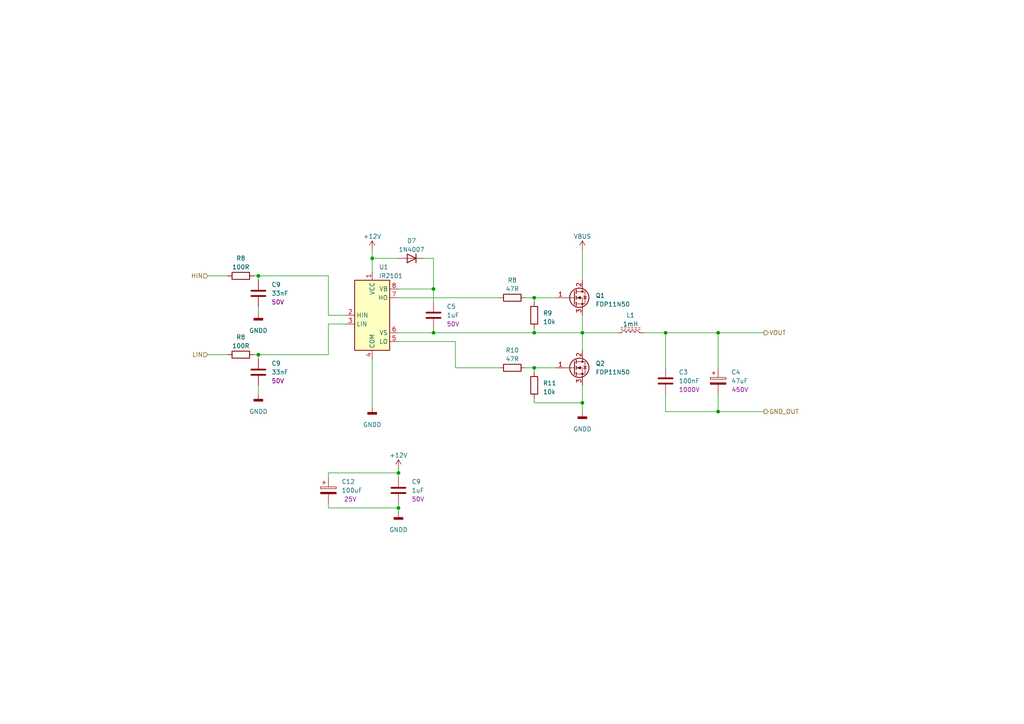
<source format=kicad_sch>
(kicad_sch (version 20230121) (generator eeschema)
  (paper "A4")
  (title_block (title "HIGH VOLTAGE POWER SUPPLY") (date "2023-10-23") (rev "REV1") (company "INSTITUTO TECNOLOGICO DE AERONAUTICA (ITA)") (comment 1 "PROF. COLOMBO") (comment 2 "OUTPUT CURRENT: 0 - 5 A") (comment 3 "OUTPUT VOLTAGE: 0 - 300 V"))
  (lib_symbols
    (symbol "Device:C" (pin_numbers hide) (pin_names (offset 0.254))
      (property "Reference" "C" (at 0.635 2.54 0))
      (property "Value" "C" (at 0.635 -2.54 0))
      (symbol "C_0_1"
        (polyline (pts (xy -2.032 -0.762) (xy 2.032 -0.762)) (stroke (width 0.508)))
        (polyline (pts (xy -2.032 0.762) (xy 2.032 0.762)) (stroke (width 0.508)))
      )
      (symbol "C_1_1"
        (pin passive line (at 0 3.81 270) (length 2.794) (name "~") (number "1"))
        (pin passive line (at 0 -3.81 90) (length 2.794) (name "~") (number "2"))
      )
    )
    (symbol "Device:C_Polarized" (pin_numbers hide) (pin_names (offset 0.254))
      (property "Reference" "C" (at 0.635 2.54 0))
      (property "Value" "C_Polarized" (at 0.635 -2.54 0))
      (symbol "C_Polarized_0_1"
        (rectangle (start -2.286 0.508) (end 2.286 1.016))
        (polyline (pts (xy -1.778 2.286) (xy -0.762 2.286)))
        (polyline (pts (xy -1.27 2.794) (xy -1.27 1.778)))
        (rectangle (start 2.286 -0.508) (end -2.286 -1.016) (fill (type outline)))
      )
      (symbol "C_Polarized_1_1"
        (pin passive line (at 0 3.81 270) (length 2.794) (name "~") (number "1"))
        (pin passive line (at 0 -3.81 90) (length 2.794) (name "~") (number "2"))
      )
    )
    (symbol "Device:L_Ferrite" (pin_numbers hide) (pin_names (offset 1.016) hide)
      (property "Reference" "L" (at -1.27 0 90))
      (property "Value" "L_Ferrite" (at 2.794 0 90))
      (symbol "L_Ferrite_0_1"
        (arc (start 0 -2.54) (mid 0.6323 -1.905) (end 0 -1.27))
        (arc (start 0 -1.27) (mid 0.6323 -0.635) (end 0 0))
        (polyline (pts (xy 1.016 -2.794) (xy 1.016 -2.286)))
        (polyline (pts (xy 1.016 -1.778) (xy 1.016 -1.27)))
        (polyline (pts (xy 1.016 -0.762) (xy 1.016 -0.254)))
        (polyline (pts (xy 1.016 0.254) (xy 1.016 0.762)))
        (polyline (pts (xy 1.016 1.27) (xy 1.016 1.778)))
        (polyline (pts (xy 1.016 2.286) (xy 1.016 2.794)))
        (polyline (pts (xy 1.524 -2.286) (xy 1.524 -2.794)))
        (polyline (pts (xy 1.524 -1.27) (xy 1.524 -1.778)))
        (polyline (pts (xy 1.524 -0.254) (xy 1.524 -0.762)))
        (polyline (pts (xy 1.524 0.762) (xy 1.524 0.254)))
        (polyline (pts (xy 1.524 1.778) (xy 1.524 1.27)))
        (polyline (pts (xy 1.524 2.794) (xy 1.524 2.286)))
        (arc (start 0 0) (mid 0.6323 0.635) (end 0 1.27))
        (arc (start 0 1.27) (mid 0.6323 1.905) (end 0 2.54))
      )
      (symbol "L_Ferrite_1_1"
        (pin passive line (at 0 3.81 270) (length 1.27) (name "1") (number "1"))
        (pin passive line (at 0 -3.81 90) (length 1.27) (name "2") (number "2"))
      )
    )
    (symbol "Device:Q_NMOS_GDS" (pin_names (offset 0) hide)
      (property "Reference" "Q" (at 5.08 1.27 0))
      (property "Value" "Q_NMOS_GDS" (at 5.08 -1.27 0))
      (symbol "Q_NMOS_GDS_0_1"
        (polyline (pts (xy 0.254 0) (xy -2.54 0)))
        (polyline (pts (xy 0.254 1.905) (xy 0.254 -1.905)) (stroke (width 0.254)))
        (polyline (pts (xy 0.762 -1.27) (xy 0.762 -2.286)) (stroke (width 0.254)))
        (polyline (pts (xy 0.762 0.508) (xy 0.762 -0.508)) (stroke (width 0.254)))
        (polyline (pts (xy 0.762 2.286) (xy 0.762 1.27)) (stroke (width 0.254)))
        (polyline (pts (xy 2.54 2.54) (xy 2.54 1.778)))
        (polyline (pts (xy 2.54 -2.54) (xy 2.54 0) (xy 0.762 0)))
        (polyline (pts (xy 0.762 -1.778) (xy 3.302 -1.778) (xy 3.302 1.778) (xy 0.762 1.778)))
        (polyline (pts (xy 1.016 0) (xy 2.032 0.381) (xy 2.032 -0.381) (xy 1.016 0)) (fill (type outline)))
        (polyline (pts (xy 2.794 0.508) (xy 2.921 0.381) (xy 3.683 0.381) (xy 3.81 0.254)))
        (polyline (pts (xy 3.302 0.381) (xy 2.921 -0.254) (xy 3.683 -0.254) (xy 3.302 0.381)))
        (circle (center 1.651 0) (radius 2.794) (stroke (width 0.254)))
        (circle (center 2.54 -1.778) (radius 0.254) (fill (type outline)))
        (circle (center 2.54 1.778) (radius 0.254) (fill (type outline)))
      )
      (symbol "Q_NMOS_GDS_1_1"
        (pin input line (at -5.08 0 0) (length 2.54) (name "G") (number "1"))
        (pin passive line (at 2.54 5.08 270) (length 2.54) (name "D") (number "2"))
        (pin passive line (at 2.54 -5.08 90) (length 2.54) (name "S") (number "3"))
      )
    )
    (symbol "Device:R" (pin_numbers hide) (pin_names (offset 0))
      (property "Reference" "R" (at 2.032 0 90))
      (property "Value" "R" (at 0 0 90))
      (symbol "R_0_1"
        (rectangle (start -1.016 -2.54) (end 1.016 2.54) (stroke (width 0.254)))
      )
      (symbol "R_1_1"
        (pin passive line (at 0 3.81 270) (length 1.27) (name "~") (number "1"))
        (pin passive line (at 0 -3.81 90) (length 1.27) (name "~") (number "2"))
      )
    )
    (symbol "Diode:1N4007" (pin_numbers hide) (pin_names hide)
      (property "Reference" "D" (at 0 2.54 0))
      (property "Value" "1N4007" (at 0 -2.54 0))
      (symbol "1N4007_0_1"
        (polyline (pts (xy -1.27 1.27) (xy -1.27 -1.27)) (stroke (width 0.254)))
        (polyline (pts (xy 1.27 0) (xy -1.27 0)))
        (polyline (pts (xy 1.27 1.27) (xy 1.27 -1.27) (xy -1.27 0) (xy 1.27 1.27)) (stroke (width 0.254)))
      )
      (symbol "1N4007_1_1"
        (pin passive line (at -3.81 0 0) (length 2.54) (name "K") (number "1"))
        (pin passive line (at 3.81 0 180) (length 2.54) (name "A") (number "2"))
      )
    )
    (symbol "Driver_FET:IR2101"
      (property "Reference" "U" (at 1.27 13.335 0))
      (property "Value" "IR2101" (at 1.27 11.43 0))
      (symbol "IR2101_0_1"
        (rectangle (start -5.08 -10.16) (end 5.08 10.16) (stroke (width 0.254)) (fill (type background)))
      )
      (symbol "IR2101_1_1"
        (pin power_in line (at 0 12.7 270) (length 2.54) (name "VCC") (number "1"))
        (pin input line (at -7.62 0 0) (length 2.54) (name "HIN") (number "2"))
        (pin input line (at -7.62 -2.54 0) (length 2.54) (name "LIN") (number "3"))
        (pin power_in line (at 0 -12.7 90) (length 2.54) (name "COM") (number "4"))
        (pin output line (at 7.62 -7.62 180) (length 2.54) (name "LO") (number "5"))
        (pin passive line (at 7.62 -5.08 180) (length 2.54) (name "VS") (number "6"))
        (pin output line (at 7.62 5.08 180) (length 2.54) (name "HO") (number "7"))
        (pin passive line (at 7.62 7.62 180) (length 2.54) (name "VB") (number "8"))
      )
    )
    (symbol "power:+12V" (power) (pin_names (offset 0))
      (property "Value" "+12V" (at 0 3.556 0))
      (symbol "+12V_0_1"
        (polyline (pts (xy -0.762 1.27) (xy 0 2.54)))
        (polyline (pts (xy 0 0) (xy 0 2.54)))
        (polyline (pts (xy 0 2.54) (xy 0.762 1.27)))
      )
      (symbol "+12V_1_1"
        (pin power_in line (at 0 0 90) (length 0) hide (name "+12V") (number "1"))
      )
    )
    (symbol "power:GNDD" (power) (pin_names (offset 0))
      (property "Value" "GNDD" (at 0 -3.175 0))
      (symbol "GNDD_0_1"
        (rectangle (start -1.27 -1.524) (end 1.27 -2.032) (stroke (width 0.254)) (fill (type outline)))
        (polyline (pts (xy 0 0) (xy 0 -1.524)))
      )
      (symbol "GNDD_1_1"
        (pin power_in line (at 0 0 270) (length 0) hide (name "GNDD") (number "1"))
      )
    )
    (symbol "power:VBUS" (power) (pin_names (offset 0))
      (property "Value" "VBUS" (at 0 3.81 0))
      (symbol "VBUS_0_1"
        (polyline (pts (xy -0.762 1.27) (xy 0 2.54)))
        (polyline (pts (xy 0 0) (xy 0 2.54)))
        (polyline (pts (xy 0 2.54) (xy 0.762 1.27)))
      )
      (symbol "VBUS_1_1"
        (pin power_in line (at 0 0 90) (length 0) hide (name "VBUS") (number "1"))
      )
    )
  )
  (junction (at 154.94 106.68))
  (junction (at 208.28 96.52))
  (junction (at 125.73 96.52))
  (junction (at 74.93 102.87))
  (junction (at 208.28 119.38))
  (junction (at 154.94 96.52))
  (junction (at 115.57 137.16))
  (junction (at 154.94 86.36))
  (junction (at 193.04 96.52))
  (junction (at 168.91 96.52))
  (junction (at 74.93 80.01))
  (junction (at 107.95 74.93))
  (junction (at 115.57 147.32))
  (junction (at 125.73 83.82))
  (junction (at 168.91 116.84))
  (wire (pts (xy 208.28 96.52) (xy 193.04 96.52)))
  (wire (pts (xy 125.73 83.82) (xy 125.73 87.63)))
  (wire (pts (xy 168.91 116.84) (xy 168.91 119.38)))
  (wire (pts (xy 168.91 72.39) (xy 168.91 81.28)))
  (wire (pts (xy 107.95 74.93) (xy 107.95 78.74)))
  (wire (pts (xy 168.91 91.44) (xy 168.91 96.52)))
  (wire (pts (xy 95.25 80.01) (xy 74.93 80.01)))
  (wire (pts (xy 193.04 119.38) (xy 208.28 119.38)))
  (wire (pts (xy 154.94 106.68) (xy 154.94 107.95)))
  (wire (pts (xy 152.4 86.36) (xy 154.94 86.36)))
  (wire (pts (xy 74.93 80.01) (xy 74.93 81.28)))
  (wire (pts (xy 193.04 114.3) (xy 193.04 119.38)))
  (wire (pts (xy 95.25 93.98) (xy 100.33 93.98)))
  (wire (pts (xy 132.08 106.68) (xy 144.78 106.68)))
  (wire (pts (xy 168.91 96.52) (xy 179.07 96.52)))
  (wire (pts (xy 154.94 116.84) (xy 168.91 116.84)))
  (wire (pts (xy 95.25 91.44) (xy 95.25 80.01)))
  (wire (pts (xy 115.57 146.05) (xy 115.57 147.32)))
  (wire (pts (xy 125.73 74.93) (xy 125.73 83.82)))
  (wire (pts (xy 95.25 147.32) (xy 115.57 147.32)))
  (wire (pts (xy 125.73 96.52) (xy 125.73 95.25)))
  (wire (pts (xy 154.94 106.68) (xy 161.29 106.68)))
  (wire (pts (xy 168.91 96.52) (xy 168.91 101.6)))
  (wire (pts (xy 154.94 96.52) (xy 168.91 96.52)))
  (wire (pts (xy 154.94 86.36) (xy 161.29 86.36)))
  (wire (pts (xy 208.28 114.3) (xy 208.28 119.38)))
  (wire (pts (xy 95.25 146.05) (xy 95.25 147.32)))
  (wire (pts (xy 208.28 96.52) (xy 221.615 96.52)))
  (wire (pts (xy 115.57 86.36) (xy 144.78 86.36)))
  (wire (pts (xy 60.325 80.01) (xy 66.04 80.01)))
  (wire (pts (xy 74.93 102.87) (xy 74.93 104.14)))
  (wire (pts (xy 74.93 111.76) (xy 74.93 114.3)))
  (wire (pts (xy 107.95 104.14) (xy 107.95 118.11)))
  (wire (pts (xy 193.04 96.52) (xy 193.04 106.68)))
  (wire (pts (xy 115.57 147.32) (xy 115.57 148.59)))
  (wire (pts (xy 208.28 119.38) (xy 221.615 119.38)))
  (wire (pts (xy 115.57 135.89) (xy 115.57 137.16)))
  (wire (pts (xy 60.325 102.87) (xy 66.04 102.87)))
  (wire (pts (xy 73.66 80.01) (xy 74.93 80.01)))
  (wire (pts (xy 154.94 86.36) (xy 154.94 87.63)))
  (wire (pts (xy 186.69 96.52) (xy 193.04 96.52)))
  (wire (pts (xy 115.57 96.52) (xy 125.73 96.52)))
  (wire (pts (xy 74.93 88.9) (xy 74.93 90.805)))
  (wire (pts (xy 73.66 102.87) (xy 74.93 102.87)))
  (wire (pts (xy 95.25 137.16) (xy 115.57 137.16)))
  (wire (pts (xy 115.57 138.43) (xy 115.57 137.16)))
  (wire (pts (xy 154.94 95.25) (xy 154.94 96.52)))
  (wire (pts (xy 152.4 106.68) (xy 154.94 106.68)))
  (wire (pts (xy 107.95 74.93) (xy 115.57 74.93)))
  (wire (pts (xy 125.73 96.52) (xy 154.94 96.52)))
  (wire (pts (xy 95.25 91.44) (xy 100.33 91.44)))
  (wire (pts (xy 168.91 116.84) (xy 168.91 111.76)))
  (wire (pts (xy 154.94 115.57) (xy 154.94 116.84)))
  (wire (pts (xy 115.57 83.82) (xy 125.73 83.82)))
  (wire (pts (xy 95.25 102.87) (xy 74.93 102.87)))
  (wire (pts (xy 208.28 106.68) (xy 208.28 96.52)))
  (wire (pts (xy 95.25 138.43) (xy 95.25 137.16)))
  (wire (pts (xy 132.08 99.06) (xy 132.08 106.68)))
  (wire (pts (xy 95.25 93.98) (xy 95.25 102.87)))
  (wire (pts (xy 123.19 74.93) (xy 125.73 74.93)))
  (wire (pts (xy 107.95 72.39) (xy 107.95 74.93)))
  (wire (pts (xy 115.57 99.06) (xy 132.08 99.06)))
  (hierarchical_label "VOUT" (shape output) (at 221.615 96.52 0))
  (hierarchical_label "HIN" (shape input) (at 60.325 80.01 180))
  (hierarchical_label "GND_OUT" (shape output) (at 221.615 119.38 0))
  (hierarchical_label "LIN" (shape input) (at 60.325 102.87 180))
  (symbol (lib_id "Driver_FET:IR2101") (at 107.95 91.44 0) (unit 1)
    (property "Reference" "U1" (at 109.9059 77.47 0) (effects (justify left)))
    (property "Value" "IR2101" (at 109.9059 80.01 0) (effects (justify left)))
    (property "Footprint" "Package_SO:SOIC-8_3.9x4.9mm_P1.27mm" (effects hide))
    (property "Datasheet" "https://www.infineon.com/dgdl/ir2101.pdf?fileId=5546d462533600a4015355c7a755166c" (effects hide))
    (instances (project "board" (path "" (reference "U1") (unit 1)) (path "" (reference "U5") (unit 1))))
  )
  (symbol (lib_id "power:GNDD") (at 107.95 118.11 0) (unit 1)
    (property "Reference" "#PWR08" (effects hide))
    (property "Value" "GNDD" (at 107.95 123.19 0))
    (instances (project "board" (path "" (reference "#PWR08") (unit 1)) (path "" (reference "#PWR067") (unit 1))))
  )
  (symbol (lib_id "Device:Q_NMOS_GDS") (at 166.37 86.36 0) (unit 1)
    (property "Reference" "Q1" (at 172.72 85.725 0) (effects (justify left)))
    (property "Value" "FDP11N50" (at 172.72 88.265 0) (effects (justify left)))
    (property "Footprint" "Package_TO_SOT_THT:TO-220-3_Vertical" (effects hide))
    (instances (project "board" (path "" (reference "Q1") (unit 1)) (path "" (reference "Q2") (unit 1))))
  )
  (symbol (lib_id "Device:C") (at 115.57 142.24 0) (unit 1)
    (property "Reference" "C9" (at 119.38 139.7 0) (effects (justify left)))
    (property "Value" "1uF" (at 119.38 142.24 0) (effects (justify left)))
    (property "Footprint" "Capacitor_SMD:C_1206_3216Metric" (effects hide))
    (property "Voltage" "50V" (at 119.38 144.78 0) (effects (justify left)))
    (instances (project "board" (path "" (reference "C9") (unit 1)) (path "" (reference "C22") (unit 1))))
  )
  (symbol (lib_id "Device:R") (at 148.59 86.36 90) (unit 1)
    (property "Reference" "R8" (at 148.59 81.28 90))
    (property "Value" "47R" (at 148.59 83.82 90))
    (property "Footprint" "Resistor_SMD:R_1206_3216Metric" (effects hide))
    (instances (project "board" (path "" (reference "R8") (unit 1)) (path "" (reference "R7") (unit 1))))
  )
  (symbol (lib_id "Device:R") (at 69.85 80.01 90) (unit 1)
    (property "Reference" "R8" (at 69.85 74.93 90))
    (property "Value" "100R" (at 69.85 77.47 90))
    (property "Footprint" "Resistor_SMD:R_1206_3216Metric" (effects hide))
    (instances (project "board" (path "" (reference "R8") (unit 1)) (path "" (reference "R11") (unit 1))))
  )
  (symbol (lib_id "Device:R") (at 154.94 91.44 0) (unit 1)
    (property "Reference" "R9" (at 157.48 90.805 0) (effects (justify left)))
    (property "Value" "10k" (at 157.48 93.345 0) (effects (justify left)))
    (property "Footprint" "Resistor_SMD:R_1206_3216Metric" (effects hide))
  )
  (symbol (lib_id "power:GNDD") (at 74.93 114.3 0) (unit 1)
    (property "Reference" "#PWR08" (effects hide))
    (property "Value" "GNDD" (at 74.93 119.38 0))
    (instances (project "board" (path "" (reference "#PWR08") (unit 1)) (path "" (reference "#PWR047") (unit 1))))
  )
  (symbol (lib_id "Device:C") (at 74.93 107.95 0) (unit 1)
    (property "Reference" "C9" (at 78.74 105.41 0) (effects (justify left)))
    (property "Value" "33nF" (at 78.74 107.95 0) (effects (justify left)))
    (property "Footprint" "Capacitor_SMD:C_1206_3216Metric" (effects hide))
    (property "Voltage" "50V" (at 78.74 110.49 0) (effects (justify left)))
    (instances (project "board" (path "" (reference "C9") (unit 1)) (path "" (reference "C36") (unit 1))))
  )
  (symbol (lib_id "Device:R") (at 148.59 106.68 90) (unit 1)
    (property "Reference" "R10" (at 148.59 101.6 90))
    (property "Value" "47R" (at 148.59 104.14 90))
    (property "Footprint" "Resistor_SMD:R_1206_3216Metric" (effects hide))
    (instances (project "board" (path "" (reference "R10") (unit 1)) (path "" (reference "R8") (unit 1))))
  )
  (symbol (lib_id "Device:L_Ferrite") (at 182.88 96.52 270) (mirror x) (unit 1)
    (property "Reference" "L1" (at 182.88 91.44 90))
    (property "Value" "1mH" (at 182.88 93.98 90))
    (property "Footprint" "Inductor_THT:L_Toroid_Vertical_L16.0mm_W8.0mm_P7.62mm" (effects hide))
    (instances (project "board" (path "" (reference "L1") (unit 1)) (path "" (reference "L3") (unit 1))))
  )
  (symbol (lib_id "power:+12V") (at 115.57 135.89 0) (unit 1)
    (property "Reference" "#PWR021" (effects hide))
    (property "Value" "+12V" (at 115.57 132.08 0))
    (instances (project "board" (path "" (reference "#PWR021") (unit 1)) (path "" (reference "#PWR064") (unit 1))))
  )
  (symbol (lib_id "power:GNDD") (at 74.93 90.805 0) (unit 1)
    (property "Reference" "#PWR08" (effects hide))
    (property "Value" "GNDD" (at 74.93 95.885 0))
    (instances (project "board" (path "" (reference "#PWR08") (unit 1)) (path "" (reference "#PWR055") (unit 1))))
  )
  (symbol (lib_id "power:GNDD") (at 115.57 148.59 0) (unit 1)
    (property "Reference" "#PWR020" (effects hide))
    (property "Value" "GNDD" (at 115.57 153.67 0))
    (instances (project "board" (path "" (reference "#PWR020") (unit 1)) (path "" (reference "#PWR065") (unit 1))))
  )
  (symbol (lib_id "power:GNDD") (at 168.91 119.38 0) (unit 1)
    (property "Reference" "#PWR01" (effects hide))
    (property "Value" "GNDD" (at 168.91 124.46 0))
    (instances (project "board" (path "" (reference "#PWR01") (unit 1)) (path "" (reference "#PWR069") (unit 1))))
  )
  (symbol (lib_id "Device:C") (at 125.73 91.44 0) (unit 1)
    (property "Reference" "C5" (at 129.54 88.9 0) (effects (justify left)))
    (property "Value" "1uF" (at 129.54 91.44 0) (effects (justify left)))
    (property "Footprint" "Capacitor_SMD:C_1206_3216Metric" (effects hide))
    (property "Voltage" "50V" (at 129.54 93.98 0) (effects (justify left)))
    (instances (project "board" (path "" (reference "C5") (unit 1)) (path "" (reference "C24") (unit 1))))
  )
  (symbol (lib_id "Device:C_Polarized") (at 208.28 110.49 0) (unit 1)
    (property "Reference" "C4" (at 212.09 107.95 0) (effects (justify left)))
    (property "Value" "47uF" (at 212.09 110.49 0) (effects (justify left)))
    (property "Footprint" "Capacitor_THT:CP_Radial_D16.0mm_P7.50mm" (effects hide))
    (property "Voltage" "450V" (at 214.63 113.03 0))
    (instances (project "board" (path "" (reference "C4") (unit 1)) (path "" (reference "C27") (unit 1))))
  )
  (symbol (lib_id "Device:R") (at 69.85 102.87 90) (unit 1)
    (property "Reference" "R8" (at 69.85 97.79 90))
    (property "Value" "100R" (at 69.85 100.33 90))
    (property "Footprint" "Resistor_SMD:R_1206_3216Metric" (effects hide))
    (instances (project "board" (path "" (reference "R8") (unit 1)) (path "" (reference "R19") (unit 1))))
  )
  (symbol (lib_id "Device:C") (at 74.93 85.09 0) (unit 1)
    (property "Reference" "C9" (at 78.74 82.55 0) (effects (justify left)))
    (property "Value" "33nF" (at 78.74 85.09 0) (effects (justify left)))
    (property "Footprint" "Capacitor_SMD:C_1206_3216Metric" (effects hide))
    (property "Voltage" "50V" (at 78.74 87.63 0) (effects (justify left)))
    (instances (project "board" (path "" (reference "C9") (unit 1)) (path "" (reference "C35") (unit 1))))
  )
  (symbol (lib_id "power:+12V") (at 107.95 72.39 0) (unit 1)
    (property "Reference" "#PWR016" (effects hide))
    (property "Value" "+12V" (at 107.95 68.58 0))
    (instances (project "board" (path "" (reference "#PWR016") (unit 1)) (path "" (reference "#PWR066") (unit 1))))
  )
  (symbol (lib_id "Diode:1N4007") (at 119.38 74.93 180) (unit 1)
    (property "Reference" "D7" (at 119.38 69.85 0))
    (property "Value" "1N4007" (at 119.38 72.39 0))
    (property "Footprint" "Diode_SMD:D_SMA" (effects hide))
    (property "Datasheet" "http://www.vishay.com/docs/88503/1n4001.pdf" (effects hide))
    (property "Sim.Device" "D" (effects hide))
    (property "Sim.Pins" "1=K 2=A" (effects hide))
    (instances (project "board" (path "" (reference "D7") (unit 1)) (path "" (reference "D8") (unit 1))))
  )
  (symbol (lib_id "Device:C") (at 193.04 110.49 0) (unit 1)
    (property "Reference" "C3" (at 196.85 107.95 0) (effects (justify left)))
    (property "Value" "100nF" (at 196.85 110.49 0) (effects (justify left)))
    (property "Footprint" "FootprintLibrary:C_Disc_D19.0mm_W3.0mm_P10.00mm" (effects hide))
    (property "Voltage" "1000V" (at 196.85 113.03 0) (effects (justify left)))
    (instances (project "board" (path "" (reference "C3") (unit 1)) (path "" (reference "C26") (unit 1))))
  )
  (symbol (lib_id "Device:C_Polarized") (at 95.25 142.24 0) (unit 1)
    (property "Reference" "C12" (at 99.06 139.7 0) (effects (justify left)))
    (property "Value" "100uF" (at 99.06 142.24 0) (effects (justify left)))
    (property "Footprint" "Capacitor_SMD:CP_Elec_6.3x7.7" (effects hide))
    (property "Voltage" "25V" (at 101.6 144.78 0))
    (instances (project "board" (path "" (reference "C12") (unit 1)) (path "" (reference "C9") (unit 1)) (path "" (reference "C21") (unit 1))))
  )
  (symbol (lib_id "Device:Q_NMOS_GDS") (at 166.37 106.68 0) (unit 1)
    (property "Reference" "Q2" (at 172.72 105.41 0) (effects (justify left)))
    (property "Value" "FDP11N50" (at 172.72 107.95 0) (effects (justify left)))
    (property "Footprint" "Package_TO_SOT_THT:TO-220-3_Vertical" (effects hide))
    (instances (project "board" (path "" (reference "Q2") (unit 1)) (path "" (reference "Q3") (unit 1))))
  )
  (symbol (lib_id "Device:R") (at 154.94 111.76 0) (unit 1)
    (property "Reference" "R11" (at 157.48 111.125 0) (effects (justify left)))
    (property "Value" "10k" (at 157.48 113.665 0) (effects (justify left)))
    (property "Footprint" "Resistor_SMD:R_1206_3216Metric" (effects hide))
    (instances (project "board" (path "" (reference "R11") (unit 1)) (path "" (reference "R10") (unit 1))))
  )
  (symbol (lib_id "power:VBUS") (at 168.91 72.39 0) (unit 1)
    (property "Reference" "#PWR068" (effects hide))
    (property "Value" "VBUS" (at 168.91 68.58 0))
  )
)
</source>
